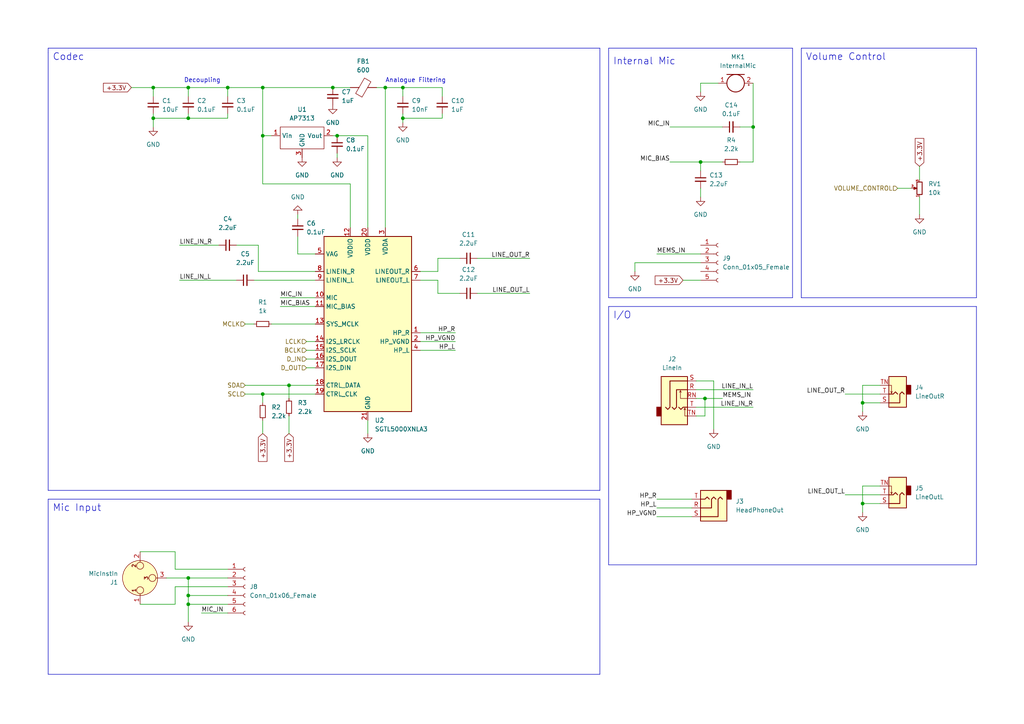
<source format=kicad_sch>
(kicad_sch (version 20230121) (generator eeschema)
  (paper "A4")
  (lib_symbols
    (symbol "Audio:SGTL5000XNLA3"
      (property "Reference" "U" (at 0 0 0))
      (property "Value" "SGTL5000XNLA3" (at -5.08 -27.94 0))
      (symbol "SGTL5000XNLA3_0_1"
        (rectangle (start -12.7 25.4) (end 12.7 -25.4) (stroke (width 0.254)) (fill (type background)))
      )
      (symbol "SGTL5000XNLA3_1_1"
        (pin output line (at 15.24 -2.54 180) (length 2.54) (name "HP_R") (number "1"))
        (pin input line (at -15.24 7.62 0) (length 2.54) (name "MIC") (number "10"))
        (pin input line (at -15.24 5.08 0) (length 2.54) (name "MIC_BIAS") (number "11"))
        (pin power_in line (at -5.08 27.94 270) (length 2.54) (name "VDDIO") (number "12"))
        (pin input line (at -15.24 0 0) (length 2.54) (name "SYS_MCLK") (number "13"))
        (pin input line (at -15.24 -5.08 0) (length 2.54) (name "I2S_LRCLK") (number "14"))
        (pin input line (at -15.24 -7.62 0) (length 2.54) (name "I2S_SCLK") (number "15"))
        (pin output line (at -15.24 -10.16 0) (length 2.54) (name "I2S_DOUT") (number "16"))
        (pin input line (at -15.24 -12.7 0) (length 2.54) (name "I2S_DIN") (number "17"))
        (pin input line (at -15.24 -17.78 0) (length 2.54) (name "CTRL_DATA") (number "18"))
        (pin input line (at -15.24 -20.32 0) (length 2.54) (name "CTRL_CLK") (number "19"))
        (pin power_out line (at 15.24 -5.08 180) (length 2.54) (name "HP_VGND") (number "2"))
        (pin power_in line (at 0 27.94 270) (length 2.54) (name "VDDD") (number "20"))
        (pin power_in line (at 0 -27.94 90) (length 2.54) (name "GND") (number "21"))
        (pin power_in line (at 5.08 27.94 270) (length 2.54) (name "VDDA") (number "3"))
        (pin output line (at 15.24 -7.62 180) (length 2.54) (name "HP_L") (number "4"))
        (pin passive line (at -15.24 20.32 0) (length 2.54) (name "VAG") (number "5"))
        (pin output line (at 15.24 15.24 180) (length 2.54) (name "LINEOUT_R") (number "6"))
        (pin output line (at 15.24 12.7 180) (length 2.54) (name "LINEOUT_L") (number "7"))
        (pin input line (at -15.24 15.24 0) (length 2.54) (name "LINEIN_R") (number "8"))
        (pin input line (at -15.24 12.7 0) (length 2.54) (name "LINEIN_L") (number "9"))
      )
    )
    (symbol "Connector:AudioJack2_SwitchT"
      (property "Reference" "J" (at 0 8.89 0))
      (property "Value" "AudioJack2_SwitchT" (at 0 6.35 0))
      (symbol "AudioJack2_SwitchT_0_1"
        (rectangle (start -2.54 0) (end -3.81 -2.54) (stroke (width 0.254)) (fill (type outline)))
        (polyline (pts (xy 1.778 -0.254) (xy 2.032 -0.762)))
        (polyline (pts (xy 0 0) (xy 0.635 -0.635) (xy 1.27 0) (xy 2.54 0)) (stroke (width 0.254)))
        (polyline (pts (xy 2.54 -2.54) (xy 1.778 -2.54) (xy 1.778 -0.254) (xy 1.524 -0.762)))
        (polyline (pts (xy 2.54 2.54) (xy -0.635 2.54) (xy -0.635 0) (xy -1.27 -0.635) (xy -1.905 0)) (stroke (width 0.254)))
        (rectangle (start 2.54 3.81) (end -2.54 -5.08) (stroke (width 0.254)) (fill (type background)))
      )
      (symbol "AudioJack2_SwitchT_1_1"
        (pin passive line (at 5.08 2.54 180) (length 2.54) (name "~") (number "S"))
        (pin passive line (at 5.08 0 180) (length 2.54) (name "~") (number "T"))
        (pin passive line (at 5.08 -2.54 180) (length 2.54) (name "~") (number "TN"))
      )
    )
    (symbol "Connector:AudioJack3"
      (property "Reference" "J" (at 0 8.89 0))
      (property "Value" "AudioJack3" (at 0 6.35 0))
      (symbol "AudioJack3_0_1"
        (rectangle (start -5.08 -5.08) (end -6.35 -2.54) (stroke (width 0.254)) (fill (type outline)))
        (polyline (pts (xy 0 -2.54) (xy 0.635 -3.175) (xy 1.27 -2.54) (xy 2.54 -2.54)) (stroke (width 0.254)))
        (polyline (pts (xy -1.905 -2.54) (xy -1.27 -3.175) (xy -0.635 -2.54) (xy -0.635 0) (xy 2.54 0)) (stroke (width 0.254)))
        (polyline (pts (xy 2.54 2.54) (xy -2.54 2.54) (xy -2.54 -2.54) (xy -3.175 -3.175) (xy -3.81 -2.54)) (stroke (width 0.254)))
        (rectangle (start 2.54 3.81) (end -5.08 -5.08) (stroke (width 0.254)) (fill (type background)))
      )
      (symbol "AudioJack3_1_1"
        (pin passive line (at 5.08 0 180) (length 2.54) (name "~") (number "R"))
        (pin passive line (at 5.08 2.54 180) (length 2.54) (name "~") (number "S"))
        (pin passive line (at 5.08 -2.54 180) (length 2.54) (name "~") (number "T"))
      )
    )
    (symbol "Connector:AudioJack3_SwitchTR"
      (property "Reference" "J" (at 0 8.89 0))
      (property "Value" "AudioJack3_SwitchTR" (at 0 6.35 0))
      (symbol "AudioJack3_SwitchTR_0_1"
        (rectangle (start -5.08 -5.08) (end -6.35 -7.62) (stroke (width 0.254)) (fill (type outline)))
        (polyline (pts (xy 0.508 -0.254) (xy 0.762 -0.762)))
        (polyline (pts (xy 1.778 -5.334) (xy 2.032 -5.842)))
        (polyline (pts (xy 0 -5.08) (xy 0.635 -5.715) (xy 1.27 -5.08) (xy 2.54 -5.08)) (stroke (width 0.254)))
        (polyline (pts (xy 2.54 -7.62) (xy 1.778 -7.62) (xy 1.778 -5.334) (xy 1.524 -5.842)))
        (polyline (pts (xy 2.54 -2.54) (xy 0.508 -2.54) (xy 0.508 -0.254) (xy 0.254 -0.762)))
        (polyline (pts (xy -1.905 -5.08) (xy -1.27 -5.715) (xy -0.635 -5.08) (xy -0.635 0) (xy 2.54 0)) (stroke (width 0.254)))
        (polyline (pts (xy 2.54 2.54) (xy -2.54 2.54) (xy -2.54 -5.08) (xy -3.175 -5.715) (xy -3.81 -5.08)) (stroke (width 0.254)))
        (rectangle (start 2.54 3.81) (end -5.08 -10.16) (stroke (width 0.254)) (fill (type background)))
      )
      (symbol "AudioJack3_SwitchTR_1_1"
        (pin passive line (at 5.08 0 180) (length 2.54) (name "~") (number "R"))
        (pin passive line (at 5.08 -2.54 180) (length 2.54) (name "~") (number "RN"))
        (pin passive line (at 5.08 2.54 180) (length 2.54) (name "~") (number "S"))
        (pin passive line (at 5.08 -5.08 180) (length 2.54) (name "~") (number "T"))
        (pin passive line (at 5.08 -7.62 180) (length 2.54) (name "~") (number "TN"))
      )
    )
    (symbol "Connector:Conn_01x05_Female" (pin_names (offset 1.016) hide)
      (property "Reference" "J" (at 0 7.62 0))
      (property "Value" "Conn_01x05_Female" (at 0 -7.62 0))
      (symbol "Conn_01x05_Female_1_1"
        (arc (start 0 -4.572) (mid -0.5058 -5.08) (end 0 -5.588) (stroke (width 0.1524)))
        (arc (start 0 -2.032) (mid -0.5058 -2.54) (end 0 -3.048) (stroke (width 0.1524)))
        (polyline (pts (xy -1.27 -5.08) (xy -0.508 -5.08)) (stroke (width 0.1524)))
        (polyline (pts (xy -1.27 -2.54) (xy -0.508 -2.54)) (stroke (width 0.1524)))
        (polyline (pts (xy -1.27 0) (xy -0.508 0)) (stroke (width 0.1524)))
        (polyline (pts (xy -1.27 2.54) (xy -0.508 2.54)) (stroke (width 0.1524)))
        (polyline (pts (xy -1.27 5.08) (xy -0.508 5.08)) (stroke (width 0.1524)))
        (arc (start 0 0.508) (mid -0.5058 0) (end 0 -0.508) (stroke (width 0.1524)))
        (arc (start 0 3.048) (mid -0.5058 2.54) (end 0 2.032) (stroke (width 0.1524)))
        (arc (start 0 5.588) (mid -0.5058 5.08) (end 0 4.572) (stroke (width 0.1524)))
        (pin passive line (at -5.08 5.08 0) (length 3.81) (name "Pin_1") (number "1"))
        (pin passive line (at -5.08 2.54 0) (length 3.81) (name "Pin_2") (number "2"))
        (pin passive line (at -5.08 0 0) (length 3.81) (name "Pin_3") (number "3"))
        (pin passive line (at -5.08 -2.54 0) (length 3.81) (name "Pin_4") (number "4"))
        (pin passive line (at -5.08 -5.08 0) (length 3.81) (name "Pin_5") (number "5"))
      )
    )
    (symbol "Connector:Conn_01x06_Female" (pin_names (offset 1.016) hide)
      (property "Reference" "J" (at 0 7.62 0))
      (property "Value" "Conn_01x06_Female" (at 0 -10.16 0))
      (symbol "Conn_01x06_Female_1_1"
        (arc (start 0 -7.112) (mid -0.5058 -7.62) (end 0 -8.128) (stroke (width 0.1524)))
        (arc (start 0 -4.572) (mid -0.5058 -5.08) (end 0 -5.588) (stroke (width 0.1524)))
        (arc (start 0 -2.032) (mid -0.5058 -2.54) (end 0 -3.048) (stroke (width 0.1524)))
        (polyline (pts (xy -1.27 -7.62) (xy -0.508 -7.62)) (stroke (width 0.1524)))
        (polyline (pts (xy -1.27 -5.08) (xy -0.508 -5.08)) (stroke (width 0.1524)))
        (polyline (pts (xy -1.27 -2.54) (xy -0.508 -2.54)) (stroke (width 0.1524)))
        (polyline (pts (xy -1.27 0) (xy -0.508 0)) (stroke (width 0.1524)))
        (polyline (pts (xy -1.27 2.54) (xy -0.508 2.54)) (stroke (width 0.1524)))
        (polyline (pts (xy -1.27 5.08) (xy -0.508 5.08)) (stroke (width 0.1524)))
        (arc (start 0 0.508) (mid -0.5058 0) (end 0 -0.508) (stroke (width 0.1524)))
        (arc (start 0 3.048) (mid -0.5058 2.54) (end 0 2.032) (stroke (width 0.1524)))
        (arc (start 0 5.588) (mid -0.5058 5.08) (end 0 4.572) (stroke (width 0.1524)))
        (pin passive line (at -5.08 5.08 0) (length 3.81) (name "Pin_1") (number "1"))
        (pin passive line (at -5.08 2.54 0) (length 3.81) (name "Pin_2") (number "2"))
        (pin passive line (at -5.08 0 0) (length 3.81) (name "Pin_3") (number "3"))
        (pin passive line (at -5.08 -2.54 0) (length 3.81) (name "Pin_4") (number "4"))
        (pin passive line (at -5.08 -5.08 0) (length 3.81) (name "Pin_5") (number "5"))
        (pin passive line (at -5.08 -7.62 0) (length 3.81) (name "Pin_6") (number "6"))
      )
    )
    (symbol "Connector:XLR3" (pin_names hide)
      (property "Reference" "J" (at 0 8.89 0))
      (property "Value" "XLR3" (at 0 6.35 0))
      (symbol "XLR3_0_1"
        (circle (center -3.556 0) (radius 1.016))
        (circle (center 0 -3.556) (radius 1.016))
        (polyline (pts (xy -5.08 0) (xy -4.572 0)))
        (polyline (pts (xy 0 -5.08) (xy 0 -4.572)))
        (polyline (pts (xy 5.08 0) (xy 4.572 0)))
        (circle (center 0 0) (radius 5.08) (fill (type background)))
        (circle (center 3.556 0) (radius 1.016))
        (text "1" (at -3.556 1.778 0) (effects (font (size 1.016 1.016) bold)))
        (text "2" (at 3.556 1.778 0) (effects (font (size 1.016 1.016) bold)))
        (text "3" (at 0 -1.778 0) (effects (font (size 1.016 1.016) bold)))
        (pin passive line (at -7.62 0 0) (length 2.54) (name "~") (number "1"))
        (pin passive line (at 7.62 0 180) (length 2.54) (name "~") (number "2"))
        (pin passive line (at 0 -7.62 90) (length 2.54) (name "~") (number "3"))
      )
    )
    (symbol "Device:C_Small" (pin_numbers hide) (pin_names (offset 0.254) hide)
      (property "Reference" "C" (at 0.254 1.778 0))
      (property "Value" "C_Small" (at 0.254 -2.032 0))
      (symbol "C_Small_0_1"
        (polyline (pts (xy -1.524 -0.508) (xy 1.524 -0.508)) (stroke (width 0.3302)))
        (polyline (pts (xy -1.524 0.508) (xy 1.524 0.508)) (stroke (width 0.3048)))
      )
      (symbol "C_Small_1_1"
        (pin passive line (at 0 2.54 270) (length 2.032) (name "~") (number "1"))
        (pin passive line (at 0 -2.54 90) (length 2.032) (name "~") (number "2"))
      )
    )
    (symbol "Device:FerriteBead" (pin_numbers hide) (pin_names (offset 0))
      (property "Reference" "FB" (at -3.81 0.635 90))
      (property "Value" "FerriteBead" (at 3.81 0 90))
      (symbol "FerriteBead_0_1"
        (polyline (pts (xy 0 -1.27) (xy 0 -1.2192)))
        (polyline (pts (xy 0 1.27) (xy 0 1.2954)))
        (polyline (pts (xy -2.7686 0.4064) (xy -1.7018 2.2606) (xy 2.7686 -0.3048) (xy 1.6764 -2.159) (xy -2.7686 0.4064)))
      )
      (symbol "FerriteBead_1_1"
        (pin passive line (at 0 3.81 270) (length 2.54) (name "~") (number "1"))
        (pin passive line (at 0 -3.81 90) (length 2.54) (name "~") (number "2"))
      )
    )
    (symbol "Device:Microphone" (pin_names (offset 0.0254) hide)
      (property "Reference" "MK" (at -3.81 1.27 0))
      (property "Value" "Microphone" (at -3.81 -0.635 0))
      (symbol "Microphone_0_1"
        (polyline (pts (xy -2.54 2.54) (xy -2.54 -2.54)) (stroke (width 0.254)))
        (polyline (pts (xy 0.254 3.81) (xy 0.762 3.81)))
        (polyline (pts (xy 0.508 4.064) (xy 0.508 3.556)))
        (circle (center 0 0) (radius 2.54) (stroke (width 0.254)))
      )
      (symbol "Microphone_1_1"
        (pin passive line (at 0 -5.08 90) (length 2.54) (name "-") (number "1"))
        (pin passive line (at 0 5.08 270) (length 2.54) (name "+") (number "2"))
      )
    )
    (symbol "Device:R_Potentiometer_Small" (pin_names (offset 1.016) hide)
      (property "Reference" "RV" (at -4.445 0 90))
      (property "Value" "R_Potentiometer_Small" (at -2.54 0 90))
      (symbol "R_Potentiometer_Small_0_1"
        (polyline (pts (xy 0.889 0) (xy 0.635 0) (xy 1.651 0.381) (xy 1.651 -0.381) (xy 0.635 0) (xy 0.889 0)) (fill (type outline)))
        (rectangle (start 0.762 1.8034) (end -0.762 -1.8034) (stroke (width 0.254)))
      )
      (symbol "R_Potentiometer_Small_1_1"
        (pin passive line (at 0 2.54 270) (length 0.635) (name "1") (number "1"))
        (pin passive line (at 2.54 0 180) (length 0.9906) (name "2") (number "2"))
        (pin passive line (at 0 -2.54 90) (length 0.635) (name "3") (number "3"))
      )
    )
    (symbol "Device:R_Small" (pin_numbers hide) (pin_names (offset 0.254) hide)
      (property "Reference" "R" (at 0.762 0.508 0))
      (property "Value" "R_Small" (at 0.762 -1.016 0))
      (symbol "R_Small_0_1"
        (rectangle (start -0.762 1.778) (end 0.762 -1.778) (stroke (width 0.2032)))
      )
      (symbol "R_Small_1_1"
        (pin passive line (at 0 2.54 270) (length 0.762) (name "~") (number "1"))
        (pin passive line (at 0 -2.54 90) (length 0.762) (name "~") (number "2"))
      )
    )
    (symbol "Luke_Library:AP7313"
      (property "Reference" "U" (at 0 6.35 0))
      (property "Value" "AP7313" (at 0 3.81 0))
      (symbol "AP7313_0_1"
        (polyline (pts (xy -6.35 0) (xy -6.35 2.54) (xy 6.35 2.54) (xy 6.35 -3.81) (xy -6.35 -3.81) (xy -6.35 0)))
      )
      (symbol "AP7313_1_1"
        (pin input line (at -8.89 0 0) (length 2.54) (name "Vin") (number "1"))
        (pin output line (at 8.89 0 180) (length 2.54) (name "Vout") (number "2"))
        (pin output line (at 0 -6.35 90) (length 2.54) (name "GND") (number "3"))
      )
    )
    (symbol "power:GND" (power) (pin_names (offset 0))
      (property "Value" "GND" (at 0 -3.81 0))
      (symbol "GND_0_1"
        (polyline (pts (xy 0 0) (xy 0 -1.27) (xy 1.27 -1.27) (xy 0 -2.54) (xy -1.27 -1.27) (xy 0 -1.27)))
      )
      (symbol "GND_1_1"
        (pin power_in line (at 0 0 270) (length 0) hide (name "GND") (number "1"))
      )
    )
  )
  (junction (at 76.2 25.4))
  (junction (at 204.47 115.57))
  (junction (at 54.61 167.64))
  (junction (at 116.84 34.29))
  (junction (at 96.52 25.4))
  (junction (at 76.2 39.37))
  (junction (at 54.61 175.26))
  (junction (at 54.61 25.4))
  (junction (at 44.45 25.4))
  (junction (at 218.44 36.83))
  (junction (at 97.79 39.37))
  (junction (at 250.19 116.84))
  (junction (at 203.2 46.99))
  (junction (at 54.61 34.29))
  (junction (at 66.04 25.4))
  (junction (at 111.76 25.4))
  (junction (at 54.61 172.72))
  (junction (at 116.84 25.4))
  (junction (at 83.82 111.76))
  (junction (at 44.45 34.29))
  (junction (at 250.19 146.05))
  (junction (at 76.2 114.3))
  (wire (pts (xy 121.92 78.74) (xy 127 78.74)))
  (wire (pts (xy 260.35 54.61) (xy 264.16 54.61)))
  (wire (pts (xy 73.66 81.28) (xy 91.44 81.28)))
  (polyline (pts (xy 176.53 86.36) (xy 229.87 86.36)))
  (wire (pts (xy 250.19 146.05) (xy 250.19 148.59)))
  (wire (pts (xy 121.92 96.52) (xy 132.08 96.52)))
  (wire (pts (xy 74.93 71.12) (xy 74.93 78.74)))
  (wire (pts (xy 245.11 114.3) (xy 255.27 114.3)))
  (wire (pts (xy 74.93 78.74) (xy 91.44 78.74)))
  (polyline (pts (xy 176.53 88.9) (xy 176.53 163.83)))
  (wire (pts (xy 245.11 143.51) (xy 255.27 143.51)))
  (polyline (pts (xy 13.97 144.78) (xy 13.97 195.58)))
  (wire (pts (xy 190.5 73.66) (xy 203.2 73.66)))
  (wire (pts (xy 54.61 167.64) (xy 66.04 167.64)))
  (wire (pts (xy 190.5 144.78) (xy 200.66 144.78)))
  (wire (pts (xy 88.9 106.68) (xy 91.44 106.68)))
  (wire (pts (xy 109.22 25.4) (xy 111.76 25.4)))
  (wire (pts (xy 138.43 85.09) (xy 153.67 85.09)))
  (wire (pts (xy 81.28 86.36) (xy 91.44 86.36)))
  (wire (pts (xy 54.61 175.26) (xy 54.61 180.34)))
  (polyline (pts (xy 13.97 13.97) (xy 13.97 15.24)))
  (wire (pts (xy 201.93 113.03) (xy 218.44 113.03)))
  (polyline (pts (xy 13.97 15.24) (xy 13.97 142.24)))
  (wire (pts (xy 66.04 165.1) (xy 50.8 165.1)))
  (polyline (pts (xy 232.41 13.97) (xy 283.21 13.97)))
  (wire (pts (xy 54.61 172.72) (xy 54.61 175.26)))
  (polyline (pts (xy 173.99 195.58) (xy 173.99 144.78)))
  (wire (pts (xy 194.31 36.83) (xy 209.55 36.83)))
  (wire (pts (xy 255.27 111.76) (xy 250.19 111.76)))
  (wire (pts (xy 44.45 27.94) (xy 44.45 25.4)))
  (wire (pts (xy 76.2 39.37) (xy 78.74 39.37)))
  (wire (pts (xy 68.58 71.12) (xy 74.93 71.12)))
  (wire (pts (xy 204.47 115.57) (xy 204.47 120.65)))
  (wire (pts (xy 76.2 114.3) (xy 91.44 114.3)))
  (wire (pts (xy 194.31 46.99) (xy 203.2 46.99)))
  (wire (pts (xy 86.36 62.23) (xy 86.36 63.5)))
  (wire (pts (xy 106.68 125.73) (xy 106.68 121.92)))
  (wire (pts (xy 50.8 175.26) (xy 50.8 170.18)))
  (wire (pts (xy 78.74 93.98) (xy 91.44 93.98)))
  (wire (pts (xy 128.27 25.4) (xy 116.84 25.4)))
  (wire (pts (xy 201.93 115.57) (xy 204.47 115.57)))
  (wire (pts (xy 44.45 34.29) (xy 44.45 36.83)))
  (wire (pts (xy 66.04 25.4) (xy 76.2 25.4)))
  (wire (pts (xy 116.84 34.29) (xy 116.84 35.56)))
  (wire (pts (xy 204.47 115.57) (xy 209.55 115.57)))
  (wire (pts (xy 101.6 66.04) (xy 101.6 53.34)))
  (wire (pts (xy 266.7 48.26) (xy 266.7 52.07)))
  (wire (pts (xy 250.19 111.76) (xy 250.19 116.84)))
  (polyline (pts (xy 232.41 13.97) (xy 232.41 86.36)))
  (wire (pts (xy 97.79 44.45) (xy 97.79 45.72)))
  (wire (pts (xy 96.52 25.4) (xy 101.6 25.4)))
  (wire (pts (xy 203.2 54.61) (xy 203.2 57.15)))
  (wire (pts (xy 218.44 24.13) (xy 218.44 36.83)))
  (wire (pts (xy 255.27 146.05) (xy 250.19 146.05)))
  (wire (pts (xy 54.61 27.94) (xy 54.61 25.4)))
  (wire (pts (xy 121.92 99.06) (xy 132.08 99.06)))
  (wire (pts (xy 54.61 167.64) (xy 54.61 172.72)))
  (polyline (pts (xy 173.99 142.24) (xy 13.97 142.24)))
  (wire (pts (xy 81.28 88.9) (xy 91.44 88.9)))
  (wire (pts (xy 127 81.28) (xy 127 85.09)))
  (wire (pts (xy 190.5 149.86) (xy 200.66 149.86)))
  (wire (pts (xy 50.8 170.18) (xy 66.04 170.18)))
  (wire (pts (xy 50.8 165.1) (xy 50.8 160.02)))
  (wire (pts (xy 58.42 177.8) (xy 66.04 177.8)))
  (wire (pts (xy 128.27 27.94) (xy 128.27 25.4)))
  (wire (pts (xy 97.79 39.37) (xy 106.68 39.37)))
  (polyline (pts (xy 176.53 13.97) (xy 176.53 86.36)))
  (wire (pts (xy 201.93 110.49) (xy 207.01 110.49)))
  (wire (pts (xy 52.07 81.28) (xy 68.58 81.28)))
  (wire (pts (xy 127 85.09) (xy 133.35 85.09)))
  (wire (pts (xy 83.82 111.76) (xy 83.82 115.57)))
  (wire (pts (xy 50.8 160.02) (xy 40.64 160.02)))
  (wire (pts (xy 54.61 34.29) (xy 66.04 34.29)))
  (wire (pts (xy 128.27 33.02) (xy 128.27 34.29)))
  (wire (pts (xy 54.61 172.72) (xy 66.04 172.72)))
  (wire (pts (xy 44.45 34.29) (xy 54.61 34.29)))
  (wire (pts (xy 138.43 74.93) (xy 153.67 74.93)))
  (wire (pts (xy 255.27 116.84) (xy 250.19 116.84)))
  (wire (pts (xy 88.9 101.6) (xy 91.44 101.6)))
  (wire (pts (xy 184.15 76.2) (xy 203.2 76.2)))
  (wire (pts (xy 71.12 114.3) (xy 76.2 114.3)))
  (wire (pts (xy 203.2 26.67) (xy 203.2 24.13)))
  (wire (pts (xy 266.7 57.15) (xy 266.7 62.23)))
  (wire (pts (xy 121.92 81.28) (xy 127 81.28)))
  (wire (pts (xy 127 74.93) (xy 133.35 74.93)))
  (wire (pts (xy 201.93 120.65) (xy 204.47 120.65)))
  (wire (pts (xy 66.04 175.26) (xy 54.61 175.26)))
  (wire (pts (xy 207.01 124.46) (xy 207.01 110.49)))
  (wire (pts (xy 96.52 39.37) (xy 97.79 39.37)))
  (wire (pts (xy 116.84 34.29) (xy 128.27 34.29)))
  (wire (pts (xy 76.2 114.3) (xy 76.2 116.84)))
  (polyline (pts (xy 283.21 13.97) (xy 283.21 86.36)))
  (wire (pts (xy 88.9 104.14) (xy 91.44 104.14)))
  (wire (pts (xy 66.04 27.94) (xy 66.04 25.4)))
  (wire (pts (xy 83.82 120.65) (xy 83.82 125.73)))
  (wire (pts (xy 76.2 25.4) (xy 76.2 39.37)))
  (wire (pts (xy 88.9 99.06) (xy 91.44 99.06)))
  (polyline (pts (xy 176.53 13.97) (xy 229.87 13.97)))
  (wire (pts (xy 121.92 101.6) (xy 132.08 101.6)))
  (wire (pts (xy 44.45 25.4) (xy 54.61 25.4)))
  (wire (pts (xy 184.15 78.74) (xy 184.15 76.2)))
  (wire (pts (xy 52.07 71.12) (xy 63.5 71.12)))
  (polyline (pts (xy 283.21 88.9) (xy 283.21 163.83)))
  (wire (pts (xy 111.76 25.4) (xy 116.84 25.4)))
  (wire (pts (xy 76.2 25.4) (xy 96.52 25.4)))
  (wire (pts (xy 71.12 93.98) (xy 73.66 93.98)))
  (wire (pts (xy 86.36 73.66) (xy 91.44 73.66)))
  (wire (pts (xy 250.19 116.84) (xy 250.19 119.38)))
  (wire (pts (xy 203.2 24.13) (xy 208.28 24.13)))
  (wire (pts (xy 111.76 25.4) (xy 111.76 66.04)))
  (wire (pts (xy 54.61 33.02) (xy 54.61 34.29)))
  (polyline (pts (xy 229.87 86.36) (xy 229.87 13.97)))
  (wire (pts (xy 106.68 39.37) (xy 106.68 66.04)))
  (wire (pts (xy 86.36 68.58) (xy 86.36 73.66)))
  (wire (pts (xy 66.04 33.02) (xy 66.04 34.29)))
  (wire (pts (xy 190.5 147.32) (xy 200.66 147.32)))
  (wire (pts (xy 71.12 111.76) (xy 83.82 111.76)))
  (polyline (pts (xy 173.99 13.97) (xy 173.99 142.24)))
  (polyline (pts (xy 13.97 13.97) (xy 173.99 13.97)))
  (wire (pts (xy 116.84 33.02) (xy 116.84 34.29)))
  (polyline (pts (xy 232.41 86.36) (xy 283.21 86.36)))
  (wire (pts (xy 76.2 53.34) (xy 76.2 39.37)))
  (polyline (pts (xy 176.53 88.9) (xy 283.21 88.9)))
  (wire (pts (xy 127 78.74) (xy 127 74.93)))
  (polyline (pts (xy 13.97 144.78) (xy 173.99 144.78)))
  (wire (pts (xy 40.64 175.26) (xy 50.8 175.26)))
  (wire (pts (xy 255.27 140.97) (xy 250.19 140.97)))
  (wire (pts (xy 218.44 36.83) (xy 218.44 46.99)))
  (wire (pts (xy 101.6 53.34) (xy 76.2 53.34)))
  (wire (pts (xy 201.93 118.11) (xy 218.44 118.11)))
  (wire (pts (xy 76.2 121.92) (xy 76.2 125.73)))
  (wire (pts (xy 218.44 46.99) (xy 214.63 46.99)))
  (wire (pts (xy 54.61 25.4) (xy 66.04 25.4)))
  (polyline (pts (xy 13.97 195.58) (xy 173.99 195.58)))
  (polyline (pts (xy 283.21 163.83) (xy 176.53 163.83)))
  (wire (pts (xy 38.1 25.4) (xy 44.45 25.4)))
  (wire (pts (xy 198.12 81.28) (xy 203.2 81.28)))
  (wire (pts (xy 203.2 46.99) (xy 209.55 46.99)))
  (wire (pts (xy 44.45 33.02) (xy 44.45 34.29)))
  (wire (pts (xy 48.26 167.64) (xy 54.61 167.64)))
  (wire (pts (xy 214.63 36.83) (xy 218.44 36.83)))
  (wire (pts (xy 83.82 111.76) (xy 91.44 111.76)))
  (wire (pts (xy 203.2 49.53) (xy 203.2 46.99)))
  (wire (pts (xy 250.19 140.97) (xy 250.19 146.05)))
  (wire (pts (xy 116.84 27.94) (xy 116.84 25.4)))
  (text "Decoupling" (at 53.34 24.13 0) (effects (font (size 1.27 1.27)) (justify left bottom)))
  (text "Internal Mic" (at 177.8 19.05 0) (effects (font (size 2 2)) (justify left bottom)))
  (text "I/O" (at 177.8 92.71 0) (effects (font (size 2 2)) (justify left bottom)))
  (text "Volume Control" (at 233.68 17.78 0) (effects (font (size 2 2)) (justify left bottom)))
  (text "Codec" (at 15.24 17.78 0) (effects (font (size 2 2)) (justify left bottom)))
  (text "Mic Input" (at 15.24 148.59 0) (effects (font (size 2 2)) (justify left bottom)))
  (text "Analogue Filtering" (at 111.76 24.13 0) (effects (font (size 1.27 1.27)) (justify left bottom)))
  (label "LINE_OUT_L" (at 153.67 85.09 180))
  (label "MEMS_IN" (at 190.5 73.66 0))
  (label "LINE_IN_R" (at 218.44 118.11 180))
  (label "HP_R" (at 132.08 96.52 180))
  (label "LINE_IN_L" (at 218.44 113.03 180))
  (label "MIC_IN" (at 194.31 36.83 180))
  (label "LINE_OUT_R" (at 245.11 114.3 180))
  (label "MIC_BIAS" (at 81.28 88.9 0))
  (label "MEMS_IN" (at 209.55 115.57 0))
  (label "HP_L" (at 132.08 101.6 180))
  (label "LINE_OUT_L" (at 245.11 143.51 180))
  (label "HP_R" (at 190.5 144.78 180))
  (label "LINE_IN_L" (at 52.07 81.28 0))
  (label "HP_VGND" (at 190.5 149.86 180))
  (label "MIC_BIAS" (at 194.31 46.99 180))
  (label "MIC_IN" (at 81.28 86.36 0))
  (label "LINE_OUT_R" (at 153.67 74.93 180))
  (label "HP_VGND" (at 132.08 99.06 180))
  (label "LINE_IN_R" (at 52.07 71.12 0))
  (label "MIC_IN" (at 58.42 177.8 0))
  (label "HP_L" (at 190.5 147.32 180))
  (global_label "+3.3V" (shape input) (at 83.82 125.73 270) (property "Intersheetrefs" "${INTERSHEET_REFS}" (effects hide)))
  (global_label "+3.3V" (shape input) (at 198.12 81.28 180) (property "Intersheetrefs" "${INTERSHEET_REFS}" (effects hide)))
  (global_label "+3.3V" (shape input) (at 266.7 48.26 90) (property "Intersheetrefs" "${INTERSHEET_REFS}" (effects hide)))
  (global_label "+3.3V" (shape input) (at 76.2 125.73 270) (property "Intersheetrefs" "${INTERSHEET_REFS}" (effects hide)))
  (global_label "+3.3V" (shape input) (at 38.1 25.4 180) (property "Intersheetrefs" "${INTERSHEET_REFS}" (effects hide)))
  (hierarchical_label "MCLK" (shape input) (at 71.12 93.98 180))
  (hierarchical_label "SCL" (shape input) (at 71.12 114.3 180))
  (hierarchical_label "BCLK" (shape input) (at 88.9 101.6 180))
  (hierarchical_label "LCLK" (shape input) (at 88.9 99.06 180))
  (hierarchical_label "VOLUME_CONTROL" (shape input) (at 260.35 54.61 180))
  (hierarchical_label "D_IN" (shape input) (at 88.9 104.14 180))
  (hierarchical_label "D_OUT" (shape input) (at 88.9 106.68 180))
  (hierarchical_label "SDA" (shape input) (at 71.12 111.76 180))
  (symbol (lib_id "Device:C_Small") (at 128.27 30.48 0) (unit 1)
    (property "Reference" "C10" (at 130.81 29.2162 0) (effects (justify left)))
    (property "Value" "1uF" (at 130.81 31.7562 0) (effects (justify left)))
    (property "Footprint" "Capacitor_SMD:C_0402_1005Metric" (effects hide))
  )
  (symbol (lib_id "power:GND") (at 250.19 119.38 0) (unit 1)
    (property "Reference" "#PWR012" (effects hide))
    (property "Value" "GND" (at 250.19 124.46 0))
  )
  (symbol (lib_id "Device:R_Potentiometer_Small") (at 266.7 54.61 180) (unit 1)
    (property "Reference" "RV1" (at 269.24 53.3399 0) (effects (justify right)))
    (property "Value" "10k" (at 269.24 55.8799 0) (effects (justify right)))
    (property "Footprint" "Potentiometer_THT:Potentiometer_Alpha_RD901F-40-00D_Single_Vertical" (effects hide))
  )
  (symbol (lib_id "power:GND") (at 184.15 78.74 0) (unit 1)
    (property "Reference" "#PWR0102" (effects hide))
    (property "Value" "GND" (at 184.15 83.82 0))
  )
  (symbol (lib_id "Device:C_Small") (at 71.12 81.28 90) (mirror x) (unit 1)
    (property "Reference" "C5" (at 71.12 73.66 90))
    (property "Value" "2.2uF" (at 71.12 76.2 90))
    (property "Footprint" "Capacitor_SMD:C_0603_1608Metric" (effects hide))
  )
  (symbol (lib_id "Device:R_Small") (at 83.82 118.11 0) (unit 1)
    (property "Reference" "R3" (at 86.36 116.8399 0) (effects (justify left)))
    (property "Value" "2.2k" (at 86.36 119.3799 0) (effects (justify left)))
    (property "Footprint" "Resistor_SMD:R_0402_1005Metric" (effects hide))
  )
  (symbol (lib_id "Device:C_Small") (at 54.61 30.48 0) (unit 1)
    (property "Reference" "C2" (at 57.15 29.2162 0) (effects (justify left)))
    (property "Value" "0.1uF" (at 57.15 31.7562 0) (effects (justify left)))
    (property "Footprint" "Capacitor_SMD:C_0402_1005Metric" (effects hide))
  )
  (symbol (lib_id "Device:R_Small") (at 76.2 93.98 90) (unit 1)
    (property "Reference" "R1" (at 76.2 87.63 90))
    (property "Value" "1k" (at 76.2 90.17 90))
    (property "Footprint" "Resistor_SMD:R_0402_1005Metric" (effects hide))
  )
  (symbol (lib_id "Device:C_Small") (at 44.45 30.48 0) (unit 1)
    (property "Reference" "C1" (at 46.99 29.2162 0) (effects (justify left)))
    (property "Value" "10uF" (at 46.99 31.7562 0) (effects (justify left)))
    (property "Footprint" "Capacitor_SMD:C_0603_1608Metric" (effects hide))
  )
  (symbol (lib_id "Device:C_Small") (at 135.89 85.09 90) (unit 1)
    (property "Reference" "C12" (at 135.89 77.47 90) (effects (justify bottom)))
    (property "Value" "2.2uF" (at 135.89 80.01 90) (effects (justify bottom)))
    (property "Footprint" "Capacitor_SMD:C_0603_1608Metric" (effects hide))
  )
  (symbol (lib_id "Device:R_Small") (at 76.2 119.38 0) (unit 1)
    (property "Reference" "R2" (at 78.74 118.1099 0) (effects (justify left)))
    (property "Value" "2.2k" (at 78.74 120.6499 0) (effects (justify left)))
    (property "Footprint" "Resistor_SMD:R_0402_1005Metric" (effects hide))
  )
  (symbol (lib_id "Device:C_Small") (at 96.52 27.94 0) (unit 1)
    (property "Reference" "C7" (at 99.06 26.6762 0) (effects (justify left)))
    (property "Value" "1uF" (at 99.06 29.2162 0) (effects (justify left)))
    (property "Footprint" "Capacitor_SMD:C_0402_1005Metric" (effects hide))
  )
  (symbol (lib_id "Device:R_Small") (at 212.09 46.99 90) (unit 1)
    (property "Reference" "R4" (at 212.09 40.64 90))
    (property "Value" "2.2k" (at 212.09 43.18 90))
    (property "Footprint" "Resistor_SMD:R_0402_1005Metric" (effects hide))
  )
  (symbol (lib_id "Connector:Conn_01x05_Female") (at 208.28 76.2 0) (unit 1)
    (property "Reference" "J9" (at 209.55 74.9299 0) (effects (justify left)))
    (property "Value" "Conn_01x05_Female" (at 209.55 77.4699 0) (effects (justify left)))
    (property "Footprint" "Connector_PinSocket_2.54mm:PinSocket_1x05_P2.54mm_Vertical" (effects hide))
  )
  (symbol (lib_id "Connector:XLR3") (at 40.64 167.64 90) (unit 1)
    (property "Reference" "J1" (at 34.29 168.9101 90) (effects (justify left)))
    (property "Value" "MicInstIn" (at 34.29 166.3701 90) (effects (justify left)))
    (property "Footprint" "Connector_Audio:Jack_XLR_Neutrik_NC3FAAH-0_Horizontal" (effects hide))
    (property "Datasheet" " ~" (effects hide))
  )
  (symbol (lib_id "Device:FerriteBead") (at 105.41 25.4 90) (unit 1)
    (property "Reference" "FB1" (at 105.3592 17.78 90))
    (property "Value" "600" (at 105.3592 20.32 90))
    (property "Footprint" "Inductor_SMD:L_0603_1608Metric" (effects hide))
  )
  (symbol (lib_id "Audio:SGTL5000XNLA3") (at 106.68 93.98 0) (unit 1)
    (property "Reference" "U2" (at 108.6994 121.92 0) (effects (justify left)))
    (property "Value" "SGTL5000XNLA3" (at 108.6994 124.46 0) (effects (justify left)))
    (property "Footprint" "Package_DFN_QFN:QFN-20-1EP_3x3mm_P0.4mm_EP1.65x1.65mm" (effects hide))
    (property "Datasheet" "https://www.nxp.com/docs/en/data-sheet/SGTL5000.pdf" (effects hide))
  )
  (symbol (lib_id "power:GND") (at 203.2 57.15 0) (unit 1)
    (property "Reference" "#PWR010" (effects hide))
    (property "Value" "GND" (at 203.2 62.23 0))
  )
  (symbol (lib_id "power:GND") (at 44.45 36.83 0) (unit 1)
    (property "Reference" "#PWR02" (effects hide))
    (property "Value" "GND" (at 44.45 41.91 0))
  )
  (symbol (lib_id "power:GND") (at 266.7 62.23 0) (unit 1)
    (property "Reference" "#PWR014" (effects hide))
    (property "Value" "GND" (at 266.7 67.31 0))
  )
  (symbol (lib_id "power:GND") (at 96.52 30.48 0) (unit 1)
    (property "Reference" "#PWR05" (effects hide))
    (property "Value" "GND" (at 96.52 35.56 0))
  )
  (symbol (lib_id "power:GND") (at 116.84 35.56 0) (unit 1)
    (property "Reference" "#PWR08" (effects hide))
    (property "Value" "GND" (at 116.84 40.64 0))
  )
  (symbol (lib_id "power:GND") (at 250.19 148.59 0) (unit 1)
    (property "Reference" "#PWR013" (effects hide))
    (property "Value" "GND" (at 250.19 153.67 0))
  )
  (symbol (lib_id "Connector:AudioJack3") (at 205.74 147.32 180) (unit 1)
    (property "Reference" "J3" (at 213.36 145.4149 0) (effects (justify right)))
    (property "Value" "HeadPhoneOut" (at 213.36 147.9549 0) (effects (justify right)))
    (property "Footprint" "Connector_Audio:Jack_3.5mm_CUI_SJ-3523-SMT_Horizontal" (effects hide))
  )
  (symbol (lib_id "power:GND") (at 87.63 45.72 0) (unit 1)
    (property "Reference" "#PWR04" (effects hide))
    (property "Value" "GND" (at 87.63 50.8 0))
  )
  (symbol (lib_id "Luke_Library:AP7313") (at 87.63 39.37 0) (unit 1)
    (property "Reference" "U1" (at 87.63 31.75 0))
    (property "Value" "AP7313" (at 87.63 34.29 0))
    (property "Footprint" "LukeLibrary:SOT23" (effects hide))
    (property "Datasheet" "https://www.diodes.com/assets/Datasheets/AP7313.pdf" (effects hide))
  )
  (symbol (lib_id "Device:Microphone") (at 213.36 24.13 270) (unit 1)
    (property "Reference" "MK1" (at 214.0585 16.51 90))
    (property "Value" "InternalMic" (at 214.0585 19.05 90))
    (property "Footprint" "Connector_PinSocket_2.54mm:PinSocket_1x02_P2.54mm_Vertical" (effects hide))
  )
  (symbol (lib_id "Device:C_Small") (at 86.36 66.04 0) (unit 1)
    (property "Reference" "C6" (at 88.9 64.7762 0) (effects (justify left)))
    (property "Value" "0.1uF" (at 88.9 67.3162 0) (effects (justify left)))
    (property "Footprint" "Capacitor_SMD:C_0402_1005Metric" (effects hide))
  )
  (symbol (lib_id "Connector:Conn_01x06_Female") (at 71.12 170.18 0) (unit 1)
    (property "Reference" "J8" (at 72.39 170.1799 0) (effects (justify left)))
    (property "Value" "Conn_01x06_Female" (at 72.39 172.7199 0) (effects (justify left)))
    (property "Footprint" "Connector_PinSocket_2.54mm:PinSocket_1x06_P2.54mm_Vertical" (effects hide))
  )
  (symbol (lib_id "Device:C_Small") (at 97.79 41.91 0) (unit 1)
    (property "Reference" "C8" (at 100.33 40.6462 0) (effects (justify left)))
    (property "Value" "0.1uF" (at 100.33 43.1862 0) (effects (justify left)))
    (property "Footprint" "Capacitor_SMD:C_0402_1005Metric" (effects hide))
  )
  (symbol (lib_id "power:GND") (at 86.36 62.23 180) (unit 1)
    (property "Reference" "#PWR03" (effects hide))
    (property "Value" "GND" (at 86.36 57.15 0))
  )
  (symbol (lib_id "power:GND") (at 207.01 124.46 0) (unit 1)
    (property "Reference" "#PWR011" (effects hide))
    (property "Value" "GND" (at 207.01 129.54 0))
  )
  (symbol (lib_id "Connector:AudioJack2_SwitchT") (at 260.35 114.3 180) (unit 1)
    (property "Reference" "J4" (at 265.43 112.3949 0) (effects (justify right)))
    (property "Value" "LineOutR" (at 265.43 114.9349 0) (effects (justify right)))
    (property "Footprint" "Connector_Audio:Jack_6.35mm_Neutrik_NMJ4HCD2_Horizontal" (effects hide))
  )
  (symbol (lib_id "Device:C_Small") (at 212.09 36.83 90) (unit 1)
    (property "Reference" "C14" (at 212.0963 30.48 90))
    (property "Value" "0.1uF" (at 212.0963 33.02 90))
    (property "Footprint" "Capacitor_SMD:C_0402_1005Metric" (effects hide))
  )
  (symbol (lib_id "power:GND") (at 203.2 26.67 0) (unit 1)
    (property "Reference" "#PWR09" (effects hide))
    (property "Value" "GND" (at 203.2 31.75 0))
  )
  (symbol (lib_id "power:GND") (at 54.61 180.34 0) (unit 1)
    (property "Reference" "#PWR0101" (effects hide))
    (property "Value" "GND" (at 54.61 185.42 0))
  )
  (symbol (lib_id "Connector:AudioJack2_SwitchT") (at 260.35 143.51 180) (unit 1)
    (property "Reference" "J5" (at 265.43 141.6049 0) (effects (justify right)))
    (property "Value" "LineOutL" (at 265.43 144.1449 0) (effects (justify right)))
    (property "Footprint" "Connector_Audio:Jack_6.35mm_Neutrik_NMJ4HCD2_Horizontal" (effects hide))
  )
  (symbol (lib_id "power:GND") (at 106.68 125.73 0) (unit 1)
    (property "Reference" "#PWR07" (effects hide))
    (property "Value" "GND" (at 106.68 130.81 0))
  )
  (symbol (lib_id "Device:C_Small") (at 66.04 30.48 0) (unit 1)
    (property "Reference" "C3" (at 68.58 29.2162 0) (effects (justify left)))
    (property "Value" "0.1uF" (at 68.58 31.7562 0) (effects (justify left)))
    (property "Footprint" "Capacitor_SMD:C_0402_1005Metric" (effects hide))
  )
  (symbol (lib_id "Device:C_Small") (at 116.84 30.48 0) (unit 1)
    (property "Reference" "C9" (at 119.38 29.2162 0) (effects (justify left)))
    (property "Value" "10nF" (at 119.38 31.7562 0) (effects (justify left)))
    (property "Footprint" "Capacitor_SMD:C_0402_1005Metric" (effects hide))
  )
  (symbol (lib_id "Device:C_Small") (at 203.2 52.07 0) (unit 1)
    (property "Reference" "C13" (at 205.74 50.8062 0) (effects (justify left)))
    (property "Value" "2.2uF" (at 205.74 53.3462 0) (effects (justify left)))
    (property "Footprint" "Capacitor_SMD:C_0603_1608Metric" (effects hide))
  )
  (symbol (lib_id "Device:C_Small") (at 66.04 71.12 90) (unit 1)
    (property "Reference" "C4" (at 66.04 63.5 90))
    (property "Value" "2.2uF" (at 66.04 66.04 90))
    (property "Footprint" "Capacitor_SMD:C_0603_1608Metric" (effects hide))
  )
  (symbol (lib_id "Device:C_Small") (at 135.89 74.93 90) (unit 1)
    (property "Reference" "C11" (at 135.89 67.31 90) (effects (justify bottom)))
    (property "Value" "2.2uF" (at 135.89 69.85 90) (effects (justify bottom)))
    (property "Footprint" "Capacitor_SMD:C_0603_1608Metric" (effects hide))
  )
  (symbol (lib_id "Connector:AudioJack3_SwitchTR") (at 196.85 113.03 0) (unit 1)
    (property "Reference" "J2" (at 194.945 104.14 0))
    (property "Value" "LineIn" (at 194.945 106.68 0))
    (property "Footprint" "Connector_Audio:Jack_3.5mm_CUI_SJ1-3535NG_Horizontal" (effects hide))
  )
  (symbol (lib_id "power:GND") (at 97.79 45.72 0) (unit 1)
    (property "Reference" "#PWR06" (effects hide))
    (property "Value" "GND" (at 97.79 50.8 0))
  )
)
</source>
